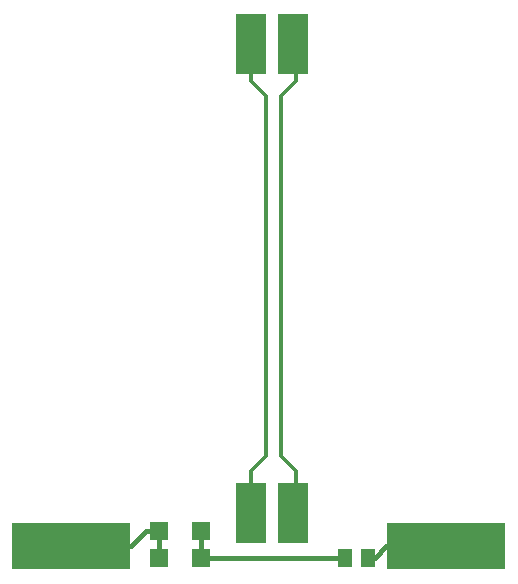
<source format=gbl>
G75*
%MOIN*%
%OFA0B0*%
%FSLAX24Y24*%
%IPPOS*%
%LPD*%
%AMOC8*
5,1,8,0,0,1.08239X$1,22.5*
%
%ADD10R,0.0591X0.0591*%
%ADD11R,0.0512X0.0591*%
%ADD12R,0.3937X0.1575*%
%ADD13C,0.1181*%
%ADD14R,0.1000X0.2000*%
%ADD15C,0.0436*%
%ADD16C,0.0160*%
%ADD17C,0.0100*%
%ADD18C,0.0120*%
D10*
X018696Y003518D03*
X018696Y004393D03*
X020073Y004393D03*
X020073Y003518D03*
D11*
X024885Y003518D03*
X025634Y003518D03*
D12*
X028260Y003893D03*
X015760Y003893D03*
D13*
X015691Y003893D02*
X014510Y003893D01*
X028328Y003893D02*
X029510Y003893D01*
D14*
X023135Y005018D03*
X021760Y005018D03*
X021760Y020643D03*
X023153Y020643D03*
D15*
X026760Y004393D03*
X027260Y003893D03*
X027760Y003393D03*
X027760Y004393D03*
X026760Y003393D03*
X017260Y003393D03*
X016760Y003893D03*
X017260Y004393D03*
X016260Y004393D03*
X016260Y003393D03*
D16*
X015760Y003893D02*
X017760Y003893D01*
X018260Y004393D01*
X018696Y004393D01*
X018696Y003518D01*
X018696Y004393D02*
X018760Y004393D01*
X020073Y004393D02*
X020073Y003518D01*
X024885Y003518D01*
X025634Y003518D02*
X025885Y003518D01*
X026260Y003893D01*
X028260Y003893D01*
D17*
X023153Y020643D02*
X023153Y020787D01*
D18*
X023153Y020643D02*
X023260Y020537D01*
X023260Y019393D01*
X022760Y018893D01*
X022760Y006893D01*
X023260Y006393D01*
X023260Y004893D01*
X023135Y005018D01*
X021760Y005018D02*
X021760Y006393D01*
X022260Y006893D01*
X022260Y018893D01*
X021760Y019393D01*
X021760Y020643D01*
M02*

</source>
